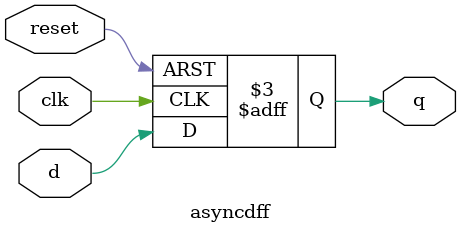
<source format=v>
module asyncdff(d, clk, reset, q);
input d, clk, reset;
output q;
reg q;
always @ (posedge clk, negedge reset)
begin
if(reset == 1'b0)
q <= 1'b0;
else
q <= d;
end
endmodule 

</source>
